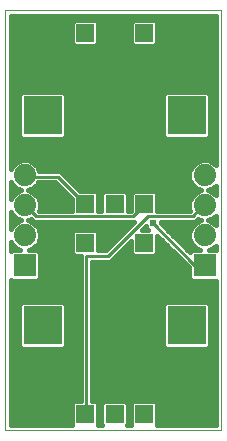
<source format=gbl>
G75*
G70*
%OFA0B0*%
%FSLAX24Y24*%
%IPPOS*%
%LPD*%
%AMOC8*
5,1,8,0,0,1.08239X$1,22.5*
%
%ADD10C,0.0000*%
%ADD11R,0.0594X0.0594*%
%ADD12R,0.1266X0.1266*%
%ADD13R,0.0740X0.0740*%
%ADD14C,0.0740*%
%ADD15C,0.0100*%
%ADD16C,0.0240*%
%ADD17C,0.0160*%
D10*
X000180Y000180D02*
X000180Y014180D01*
X007380Y014180D01*
X007380Y000180D01*
X000180Y000180D01*
D11*
X002836Y000727D03*
X003820Y000727D03*
X004804Y000727D03*
X004804Y006436D03*
X004804Y007727D03*
X003820Y007727D03*
X002836Y007727D03*
X002836Y006436D03*
X002836Y013436D03*
X004804Y013436D03*
D12*
X006222Y010680D03*
X006222Y003680D03*
X001418Y003680D03*
X001418Y010680D03*
D13*
X000820Y005680D03*
X006820Y005680D03*
D14*
X006820Y006680D03*
X006820Y007680D03*
X006820Y008680D03*
X000820Y008680D03*
X000820Y007680D03*
X000820Y006680D03*
D15*
X001200Y007320D02*
X000840Y007680D01*
X000820Y007680D01*
X001200Y007320D02*
X004440Y007320D01*
X004800Y007680D01*
X004804Y007727D01*
X004920Y007320D02*
X006420Y007320D01*
X006780Y007680D01*
X006820Y007680D01*
X005100Y007080D02*
X006480Y005700D01*
X006780Y005700D01*
X006820Y005680D01*
X004920Y007320D02*
X003600Y006000D01*
X002880Y006000D01*
X002880Y000780D01*
X002836Y000727D01*
X002836Y007727D02*
X002820Y007740D01*
X001920Y008640D01*
X000840Y008640D01*
X000820Y008680D01*
D16*
X005100Y007080D03*
D17*
X004857Y006988D02*
X004880Y006933D01*
X004940Y006873D01*
X004741Y006873D01*
X004857Y006988D01*
X004461Y007130D02*
X003521Y006190D01*
X003273Y006190D01*
X003273Y006791D01*
X003191Y006873D01*
X002481Y006873D01*
X002399Y006791D01*
X002399Y006081D01*
X002481Y005999D01*
X002690Y005999D01*
X002690Y001164D01*
X002481Y001164D01*
X002399Y001082D01*
X002399Y000372D01*
X002411Y000360D01*
X000360Y000360D01*
X000360Y005202D01*
X000392Y005170D01*
X001248Y005170D01*
X001330Y005252D01*
X002690Y005252D01*
X002690Y005094D02*
X000360Y005094D01*
X000360Y004935D02*
X002690Y004935D01*
X002690Y004777D02*
X000360Y004777D01*
X000360Y004618D02*
X002690Y004618D01*
X002690Y004460D02*
X000360Y004460D01*
X000360Y004301D02*
X000645Y004301D01*
X000645Y004371D02*
X000645Y002989D01*
X000727Y002907D01*
X002109Y002907D01*
X002191Y002989D01*
X002191Y004371D01*
X002109Y004453D01*
X000727Y004453D01*
X000645Y004371D01*
X000645Y004143D02*
X000360Y004143D01*
X000360Y003984D02*
X000645Y003984D01*
X000645Y003826D02*
X000360Y003826D01*
X000360Y003667D02*
X000645Y003667D01*
X000645Y003509D02*
X000360Y003509D01*
X000360Y003350D02*
X000645Y003350D01*
X000645Y003192D02*
X000360Y003192D01*
X000360Y003033D02*
X000645Y003033D01*
X000360Y002875D02*
X002690Y002875D01*
X002690Y003033D02*
X002191Y003033D01*
X002191Y003192D02*
X002690Y003192D01*
X002690Y003350D02*
X002191Y003350D01*
X002191Y003509D02*
X002690Y003509D01*
X002690Y003667D02*
X002191Y003667D01*
X002191Y003826D02*
X002690Y003826D01*
X002690Y003984D02*
X002191Y003984D01*
X002191Y004143D02*
X002690Y004143D01*
X002690Y004301D02*
X002191Y004301D01*
X002690Y005411D02*
X001330Y005411D01*
X001330Y005569D02*
X002690Y005569D01*
X002690Y005728D02*
X001330Y005728D01*
X001330Y005886D02*
X002690Y005886D01*
X002435Y006045D02*
X001330Y006045D01*
X001330Y006108D02*
X001248Y006190D01*
X000970Y006190D01*
X001109Y006248D01*
X001252Y006391D01*
X001330Y006579D01*
X001330Y006781D01*
X001252Y006969D01*
X001109Y007112D01*
X000946Y007180D01*
X001034Y007217D01*
X001121Y007130D01*
X004461Y007130D01*
X004327Y006996D02*
X001226Y006996D01*
X001307Y006837D02*
X002445Y006837D01*
X002399Y006679D02*
X001330Y006679D01*
X001306Y006520D02*
X002399Y006520D01*
X002399Y006362D02*
X001223Y006362D01*
X001330Y006108D02*
X001330Y005252D01*
X001001Y006203D02*
X002399Y006203D01*
X003070Y005810D02*
X003679Y005810D01*
X004367Y006499D01*
X004367Y006081D01*
X004449Y005999D01*
X005159Y005999D01*
X005241Y006081D01*
X005241Y006670D01*
X006290Y005621D01*
X006310Y005601D01*
X006310Y005252D01*
X003070Y005252D01*
X003070Y005094D02*
X007200Y005094D01*
X007200Y005170D02*
X007200Y000360D01*
X005229Y000360D01*
X005241Y000372D01*
X005241Y001082D01*
X005159Y001164D01*
X004449Y001164D01*
X004367Y001082D01*
X004367Y000372D01*
X004380Y000360D01*
X004244Y000360D01*
X004257Y000372D01*
X004257Y001082D01*
X004175Y001164D01*
X003465Y001164D01*
X003383Y001082D01*
X003383Y000372D01*
X003396Y000360D01*
X003260Y000360D01*
X003273Y000372D01*
X003273Y001082D01*
X003191Y001164D01*
X003070Y001164D01*
X003070Y005810D01*
X003070Y005728D02*
X006184Y005728D01*
X006310Y005569D02*
X003070Y005569D01*
X003070Y005411D02*
X006310Y005411D01*
X006310Y005252D02*
X006392Y005170D01*
X007200Y005170D01*
X007200Y004935D02*
X003070Y004935D01*
X003070Y004777D02*
X007200Y004777D01*
X007200Y004618D02*
X003070Y004618D01*
X003070Y004460D02*
X007200Y004460D01*
X007200Y004301D02*
X006995Y004301D01*
X006995Y004371D02*
X006913Y004453D01*
X005531Y004453D01*
X005449Y004371D01*
X005449Y002989D01*
X005531Y002907D01*
X006913Y002907D01*
X006995Y002989D01*
X006995Y004371D01*
X006995Y004143D02*
X007200Y004143D01*
X007200Y003984D02*
X006995Y003984D01*
X006995Y003826D02*
X007200Y003826D01*
X007200Y003667D02*
X006995Y003667D01*
X006995Y003509D02*
X007200Y003509D01*
X007200Y003350D02*
X006995Y003350D01*
X006995Y003192D02*
X007200Y003192D01*
X007200Y003033D02*
X006995Y003033D01*
X007200Y002875D02*
X003070Y002875D01*
X003070Y003033D02*
X005449Y003033D01*
X005449Y003192D02*
X003070Y003192D01*
X003070Y003350D02*
X005449Y003350D01*
X005449Y003509D02*
X003070Y003509D01*
X003070Y003667D02*
X005449Y003667D01*
X005449Y003826D02*
X003070Y003826D01*
X003070Y003984D02*
X005449Y003984D01*
X005449Y004143D02*
X003070Y004143D01*
X003070Y004301D02*
X005449Y004301D01*
X006025Y005886D02*
X003755Y005886D01*
X003913Y006045D02*
X004404Y006045D01*
X004367Y006203D02*
X004072Y006203D01*
X004230Y006362D02*
X004367Y006362D01*
X004168Y006837D02*
X003226Y006837D01*
X003273Y006679D02*
X004010Y006679D01*
X003851Y006520D02*
X003273Y006520D01*
X003273Y006362D02*
X003693Y006362D01*
X003534Y006203D02*
X003273Y006203D01*
X003273Y007510D02*
X003273Y008082D01*
X003191Y008164D01*
X002665Y008164D01*
X002110Y008719D01*
X001999Y008830D01*
X001310Y008830D01*
X001252Y008969D01*
X001109Y009112D01*
X000921Y009190D01*
X000719Y009190D01*
X000531Y009112D01*
X000388Y008969D01*
X000360Y008902D01*
X000360Y014000D01*
X007200Y014000D01*
X007200Y009021D01*
X007109Y009112D01*
X006921Y009190D01*
X006719Y009190D01*
X006531Y009112D01*
X006388Y008969D01*
X006310Y008781D01*
X006310Y008579D01*
X006388Y008391D01*
X006531Y008248D01*
X006694Y008180D01*
X006531Y008112D01*
X006388Y007969D01*
X006310Y007781D01*
X006310Y007579D01*
X006338Y007510D01*
X005241Y007510D01*
X005241Y008082D01*
X005159Y008164D01*
X004449Y008164D01*
X004367Y008082D01*
X004367Y007516D01*
X004361Y007510D01*
X004257Y007510D01*
X004257Y008082D01*
X004175Y008164D01*
X003465Y008164D01*
X003383Y008082D01*
X003383Y007510D01*
X003273Y007510D01*
X003273Y007630D02*
X003383Y007630D01*
X003383Y007788D02*
X003273Y007788D01*
X003273Y007947D02*
X003383Y007947D01*
X003406Y008105D02*
X003250Y008105D01*
X002565Y008264D02*
X006515Y008264D01*
X006524Y008105D02*
X005218Y008105D01*
X005241Y007947D02*
X006378Y007947D01*
X006313Y007788D02*
X005241Y007788D01*
X005241Y007630D02*
X006310Y007630D01*
X006591Y007223D02*
X006499Y007130D01*
X005360Y007130D01*
X005360Y007089D01*
X006325Y006123D01*
X006392Y006190D01*
X006670Y006190D01*
X006531Y006248D01*
X006388Y006391D01*
X006310Y006579D01*
X006310Y006781D01*
X006388Y006969D01*
X006531Y007112D01*
X006694Y007180D01*
X006591Y007223D01*
X006632Y007154D02*
X006523Y007154D01*
X006414Y006996D02*
X005453Y006996D01*
X005612Y006837D02*
X006333Y006837D01*
X006310Y006679D02*
X005770Y006679D01*
X005929Y006520D02*
X006334Y006520D01*
X006417Y006362D02*
X006087Y006362D01*
X006246Y006203D02*
X006639Y006203D01*
X006970Y006190D02*
X007109Y006248D01*
X007200Y006339D01*
X007200Y006190D01*
X006970Y006190D01*
X007001Y006203D02*
X007200Y006203D01*
X007200Y007021D02*
X007200Y007339D01*
X007109Y007248D01*
X006946Y007180D01*
X007109Y007112D01*
X007200Y007021D01*
X007200Y007154D02*
X007008Y007154D01*
X007174Y007313D02*
X007200Y007313D01*
X007200Y008021D02*
X007200Y008339D01*
X007109Y008248D01*
X006946Y008180D01*
X007109Y008112D01*
X007200Y008021D01*
X007200Y008105D02*
X007116Y008105D01*
X007125Y008264D02*
X007200Y008264D01*
X007165Y009056D02*
X007200Y009056D01*
X007200Y009215D02*
X000360Y009215D01*
X000360Y009373D02*
X007200Y009373D01*
X007200Y009532D02*
X000360Y009532D01*
X000360Y009690D02*
X007200Y009690D01*
X007200Y009849D02*
X000360Y009849D01*
X000360Y010007D02*
X000645Y010007D01*
X000645Y009989D02*
X000727Y009907D01*
X002109Y009907D01*
X002191Y009989D01*
X002191Y011371D01*
X002109Y011453D01*
X000727Y011453D01*
X000645Y011371D01*
X000645Y009989D01*
X000645Y010166D02*
X000360Y010166D01*
X000360Y010324D02*
X000645Y010324D01*
X000645Y010483D02*
X000360Y010483D01*
X000360Y010641D02*
X000645Y010641D01*
X000645Y010800D02*
X000360Y010800D01*
X000360Y010958D02*
X000645Y010958D01*
X000645Y011117D02*
X000360Y011117D01*
X000360Y011275D02*
X000645Y011275D01*
X000708Y011434D02*
X000360Y011434D01*
X000360Y011592D02*
X007200Y011592D01*
X007200Y011434D02*
X006932Y011434D01*
X006913Y011453D02*
X005531Y011453D01*
X005449Y011371D01*
X005449Y009989D01*
X005531Y009907D01*
X006913Y009907D01*
X006995Y009989D01*
X006995Y011371D01*
X006913Y011453D01*
X006995Y011275D02*
X007200Y011275D01*
X007200Y011117D02*
X006995Y011117D01*
X006995Y010958D02*
X007200Y010958D01*
X007200Y010800D02*
X006995Y010800D01*
X006995Y010641D02*
X007200Y010641D01*
X007200Y010483D02*
X006995Y010483D01*
X006995Y010324D02*
X007200Y010324D01*
X007200Y010166D02*
X006995Y010166D01*
X006995Y010007D02*
X007200Y010007D01*
X006475Y009056D02*
X001165Y009056D01*
X001282Y008898D02*
X006358Y008898D01*
X006310Y008739D02*
X002090Y008739D01*
X002248Y008581D02*
X006310Y008581D01*
X006375Y008422D02*
X002407Y008422D01*
X002186Y008105D02*
X001116Y008105D01*
X001109Y008112D02*
X000946Y008180D01*
X001109Y008248D01*
X001252Y008391D01*
X001277Y008450D01*
X001841Y008450D01*
X002399Y007892D01*
X002399Y007510D01*
X001302Y007510D01*
X001330Y007579D01*
X001330Y007781D01*
X001252Y007969D01*
X001109Y008112D01*
X001125Y008264D02*
X002028Y008264D01*
X001869Y008422D02*
X001265Y008422D01*
X001262Y007947D02*
X002345Y007947D01*
X002399Y007788D02*
X001327Y007788D01*
X001330Y007630D02*
X002399Y007630D01*
X002191Y010007D02*
X005449Y010007D01*
X005449Y010166D02*
X002191Y010166D01*
X002191Y010324D02*
X005449Y010324D01*
X005449Y010483D02*
X002191Y010483D01*
X002191Y010641D02*
X005449Y010641D01*
X005449Y010800D02*
X002191Y010800D01*
X002191Y010958D02*
X005449Y010958D01*
X005449Y011117D02*
X002191Y011117D01*
X002191Y011275D02*
X005449Y011275D01*
X005511Y011434D02*
X002129Y011434D01*
X002481Y012999D02*
X003191Y012999D01*
X003273Y013081D01*
X003273Y013791D01*
X003191Y013873D01*
X002481Y013873D01*
X002399Y013791D01*
X002399Y013081D01*
X002481Y012999D01*
X002461Y013019D02*
X000360Y013019D01*
X000360Y013177D02*
X002399Y013177D01*
X002399Y013336D02*
X000360Y013336D01*
X000360Y013494D02*
X002399Y013494D01*
X002399Y013653D02*
X000360Y013653D01*
X000360Y013811D02*
X002419Y013811D01*
X003252Y013811D02*
X004388Y013811D01*
X004367Y013791D02*
X004367Y013081D01*
X004449Y012999D01*
X005159Y012999D01*
X005241Y013081D01*
X005241Y013791D01*
X005159Y013873D01*
X004449Y013873D01*
X004367Y013791D01*
X004367Y013653D02*
X003273Y013653D01*
X003273Y013494D02*
X004367Y013494D01*
X004367Y013336D02*
X003273Y013336D01*
X003273Y013177D02*
X004367Y013177D01*
X004430Y013019D02*
X003210Y013019D01*
X005179Y013019D02*
X007200Y013019D01*
X007200Y013177D02*
X005241Y013177D01*
X005241Y013336D02*
X007200Y013336D01*
X007200Y013494D02*
X005241Y013494D01*
X005241Y013653D02*
X007200Y013653D01*
X007200Y013811D02*
X005221Y013811D01*
X007200Y013970D02*
X000360Y013970D01*
X000360Y012860D02*
X007200Y012860D01*
X007200Y012702D02*
X000360Y012702D01*
X000360Y012543D02*
X007200Y012543D01*
X007200Y012385D02*
X000360Y012385D01*
X000360Y012226D02*
X007200Y012226D01*
X007200Y012068D02*
X000360Y012068D01*
X000360Y011909D02*
X007200Y011909D01*
X007200Y011751D02*
X000360Y011751D01*
X000360Y009056D02*
X000475Y009056D01*
X000360Y008458D02*
X000388Y008391D01*
X000531Y008248D01*
X000694Y008180D01*
X000531Y008112D01*
X000388Y007969D01*
X000360Y007902D01*
X000360Y008458D01*
X000360Y008422D02*
X000375Y008422D01*
X000360Y008264D02*
X000515Y008264D01*
X000524Y008105D02*
X000360Y008105D01*
X000360Y007947D02*
X000378Y007947D01*
X000360Y007458D02*
X000388Y007391D01*
X000531Y007248D01*
X000694Y007180D01*
X000531Y007112D01*
X000388Y006969D01*
X000360Y006902D01*
X000360Y007458D01*
X000360Y007313D02*
X000466Y007313D01*
X000360Y007154D02*
X000632Y007154D01*
X000414Y006996D02*
X000360Y006996D01*
X000360Y006458D02*
X000388Y006391D01*
X000531Y006248D01*
X000670Y006190D01*
X000392Y006190D01*
X000360Y006158D01*
X000360Y006458D01*
X000360Y006362D02*
X000417Y006362D01*
X000360Y006203D02*
X000639Y006203D01*
X001008Y007154D02*
X001097Y007154D01*
X000360Y002716D02*
X002690Y002716D01*
X002690Y002558D02*
X000360Y002558D01*
X000360Y002399D02*
X002690Y002399D01*
X002690Y002241D02*
X000360Y002241D01*
X000360Y002082D02*
X002690Y002082D01*
X002690Y001924D02*
X000360Y001924D01*
X000360Y001765D02*
X002690Y001765D01*
X002690Y001607D02*
X000360Y001607D01*
X000360Y001448D02*
X002690Y001448D01*
X002690Y001290D02*
X000360Y001290D01*
X000360Y001131D02*
X002448Y001131D01*
X002399Y000973D02*
X000360Y000973D01*
X000360Y000814D02*
X002399Y000814D01*
X002399Y000656D02*
X000360Y000656D01*
X000360Y000497D02*
X002399Y000497D01*
X003070Y001290D02*
X007200Y001290D01*
X007200Y001131D02*
X005192Y001131D01*
X005241Y000973D02*
X007200Y000973D01*
X007200Y000814D02*
X005241Y000814D01*
X005241Y000656D02*
X007200Y000656D01*
X007200Y000497D02*
X005241Y000497D01*
X004367Y000497D02*
X004257Y000497D01*
X004257Y000656D02*
X004367Y000656D01*
X004367Y000814D02*
X004257Y000814D01*
X004257Y000973D02*
X004367Y000973D01*
X004416Y001131D02*
X004208Y001131D01*
X003432Y001131D02*
X003224Y001131D01*
X003273Y000973D02*
X003383Y000973D01*
X003383Y000814D02*
X003273Y000814D01*
X003273Y000656D02*
X003383Y000656D01*
X003383Y000497D02*
X003273Y000497D01*
X003070Y001448D02*
X007200Y001448D01*
X007200Y001607D02*
X003070Y001607D01*
X003070Y001765D02*
X007200Y001765D01*
X007200Y001924D02*
X003070Y001924D01*
X003070Y002082D02*
X007200Y002082D01*
X007200Y002241D02*
X003070Y002241D01*
X003070Y002399D02*
X007200Y002399D01*
X007200Y002558D02*
X003070Y002558D01*
X003070Y002716D02*
X007200Y002716D01*
X005867Y006045D02*
X005205Y006045D01*
X005241Y006203D02*
X005708Y006203D01*
X005550Y006362D02*
X005241Y006362D01*
X005241Y006520D02*
X005391Y006520D01*
X004367Y007630D02*
X004257Y007630D01*
X004257Y007788D02*
X004367Y007788D01*
X004367Y007947D02*
X004257Y007947D01*
X004234Y008105D02*
X004390Y008105D01*
M02*

</source>
